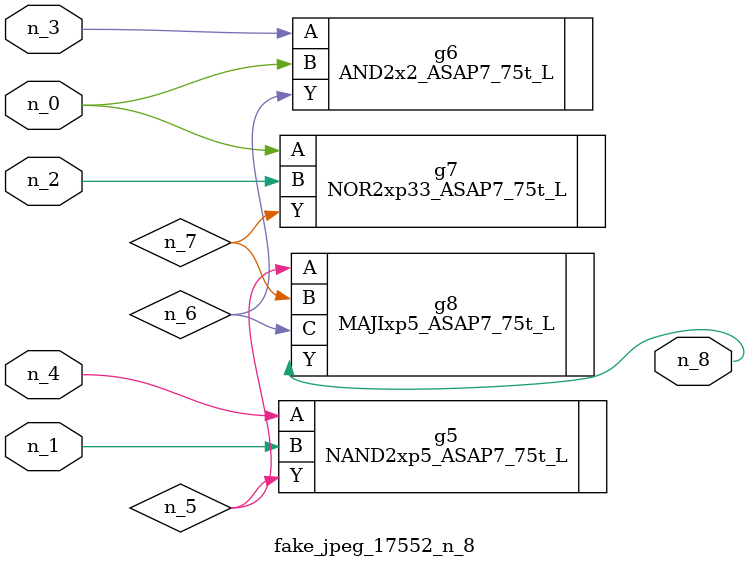
<source format=v>
module fake_jpeg_17552_n_8 (n_3, n_2, n_1, n_0, n_4, n_8);

input n_3;
input n_2;
input n_1;
input n_0;
input n_4;

output n_8;

wire n_6;
wire n_5;
wire n_7;

NAND2xp5_ASAP7_75t_L g5 ( 
.A(n_4),
.B(n_1),
.Y(n_5)
);

AND2x2_ASAP7_75t_L g6 ( 
.A(n_3),
.B(n_0),
.Y(n_6)
);

NOR2xp33_ASAP7_75t_L g7 ( 
.A(n_0),
.B(n_2),
.Y(n_7)
);

MAJIxp5_ASAP7_75t_L g8 ( 
.A(n_5),
.B(n_7),
.C(n_6),
.Y(n_8)
);


endmodule
</source>
